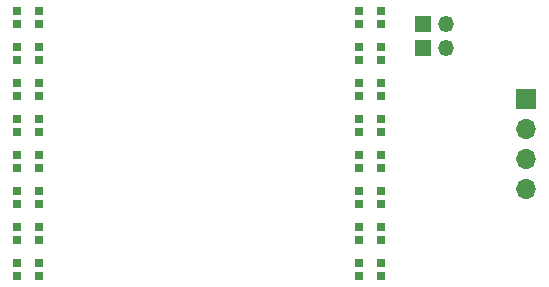
<source format=gbr>
%TF.GenerationSoftware,KiCad,Pcbnew,9.0.0*%
%TF.CreationDate,2025-03-29T11:26:47-04:00*%
%TF.ProjectId,mainboard,6d61696e-626f-4617-9264-2e6b69636164,rev?*%
%TF.SameCoordinates,Original*%
%TF.FileFunction,Soldermask,Bot*%
%TF.FilePolarity,Negative*%
%FSLAX46Y46*%
G04 Gerber Fmt 4.6, Leading zero omitted, Abs format (unit mm)*
G04 Created by KiCad (PCBNEW 9.0.0) date 2025-03-29 11:26:47*
%MOMM*%
%LPD*%
G01*
G04 APERTURE LIST*
%ADD10R,1.350000X1.350000*%
%ADD11O,1.350000X1.350000*%
%ADD12R,1.700000X1.700000*%
%ADD13O,1.700000X1.700000*%
%ADD14R,0.700000X0.700000*%
G04 APERTURE END LIST*
D10*
%TO.C,J3*%
X204597000Y-81026000D03*
D11*
X206597000Y-81026000D03*
%TD*%
D12*
%TO.C,J1*%
X213360000Y-87386000D03*
D13*
X213360000Y-89926000D03*
X213360000Y-92466000D03*
X213360000Y-95006000D03*
%TD*%
D10*
%TO.C,J2*%
X204597000Y-83058000D03*
D11*
X206597000Y-83058000D03*
%TD*%
D14*
%TO.C,D32*%
X172111000Y-79968000D03*
X172111000Y-81068000D03*
X170281000Y-81068000D03*
X170281000Y-79968000D03*
%TD*%
%TO.C,D21*%
X199237000Y-93260000D03*
X199237000Y-92160000D03*
X201067000Y-92160000D03*
X201067000Y-93260000D03*
%TD*%
%TO.C,D27*%
X172111000Y-95208000D03*
X172111000Y-96308000D03*
X170281000Y-96308000D03*
X170281000Y-95208000D03*
%TD*%
%TO.C,D19*%
X199237000Y-87164000D03*
X199237000Y-86064000D03*
X201067000Y-86064000D03*
X201067000Y-87164000D03*
%TD*%
%TO.C,D18*%
X199237000Y-84116000D03*
X199237000Y-83016000D03*
X201067000Y-83016000D03*
X201067000Y-84116000D03*
%TD*%
%TO.C,D17*%
X199237000Y-81068000D03*
X199237000Y-79968000D03*
X201067000Y-79968000D03*
X201067000Y-81068000D03*
%TD*%
%TO.C,D30*%
X172111000Y-86064000D03*
X172111000Y-87164000D03*
X170281000Y-87164000D03*
X170281000Y-86064000D03*
%TD*%
%TO.C,D23*%
X199237000Y-99356000D03*
X199237000Y-98256000D03*
X201067000Y-98256000D03*
X201067000Y-99356000D03*
%TD*%
%TO.C,D24*%
X199237000Y-102404000D03*
X199237000Y-101304000D03*
X201067000Y-101304000D03*
X201067000Y-102404000D03*
%TD*%
%TO.C,D31*%
X172111000Y-83016000D03*
X172111000Y-84116000D03*
X170281000Y-84116000D03*
X170281000Y-83016000D03*
%TD*%
%TO.C,D29*%
X172111000Y-89112000D03*
X172111000Y-90212000D03*
X170281000Y-90212000D03*
X170281000Y-89112000D03*
%TD*%
%TO.C,D25*%
X172111000Y-101304000D03*
X172111000Y-102404000D03*
X170281000Y-102404000D03*
X170281000Y-101304000D03*
%TD*%
%TO.C,D28*%
X172111000Y-92160000D03*
X172111000Y-93260000D03*
X170281000Y-93260000D03*
X170281000Y-92160000D03*
%TD*%
%TO.C,D26*%
X172111000Y-98256000D03*
X172111000Y-99356000D03*
X170281000Y-99356000D03*
X170281000Y-98256000D03*
%TD*%
%TO.C,D20*%
X199237000Y-90212000D03*
X199237000Y-89112000D03*
X201067000Y-89112000D03*
X201067000Y-90212000D03*
%TD*%
%TO.C,D22*%
X199237000Y-96308000D03*
X199237000Y-95208000D03*
X201067000Y-95208000D03*
X201067000Y-96308000D03*
%TD*%
M02*

</source>
